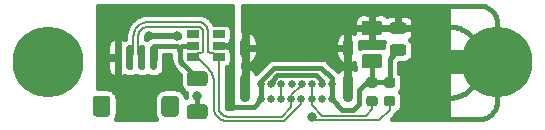
<source format=gbl>
G04 #@! TF.GenerationSoftware,KiCad,Pcbnew,(5.1.10)-1*
G04 #@! TF.CreationDate,2021-08-18T11:57:54+08:00*
G04 #@! TF.ProjectId,dboard,64626f61-7264-42e6-9b69-6361645f7063,rev?*
G04 #@! TF.SameCoordinates,Original*
G04 #@! TF.FileFunction,Copper,L2,Bot*
G04 #@! TF.FilePolarity,Positive*
%FSLAX46Y46*%
G04 Gerber Fmt 4.6, Leading zero omitted, Abs format (unit mm)*
G04 Created by KiCad (PCBNEW (5.1.10)-1) date 2021-08-18 11:57:54*
%MOMM*%
%LPD*%
G01*
G04 APERTURE LIST*
G04 #@! TA.AperFunction,ComponentPad*
%ADD10C,0.650000*%
G04 #@! TD*
G04 #@! TA.AperFunction,ComponentPad*
%ADD11O,0.900000X2.400000*%
G04 #@! TD*
G04 #@! TA.AperFunction,ComponentPad*
%ADD12O,0.900000X1.700000*%
G04 #@! TD*
G04 #@! TA.AperFunction,SMDPad,CuDef*
%ADD13R,1.060000X0.650000*%
G04 #@! TD*
G04 #@! TA.AperFunction,ComponentPad*
%ADD14C,6.000000*%
G04 #@! TD*
G04 #@! TA.AperFunction,ComponentPad*
%ADD15C,0.800000*%
G04 #@! TD*
G04 #@! TA.AperFunction,ViaPad*
%ADD16C,0.800000*%
G04 #@! TD*
G04 #@! TA.AperFunction,Conductor*
%ADD17C,0.400000*%
G04 #@! TD*
G04 #@! TA.AperFunction,Conductor*
%ADD18C,2.000000*%
G04 #@! TD*
G04 #@! TA.AperFunction,Conductor*
%ADD19C,0.600000*%
G04 #@! TD*
G04 #@! TA.AperFunction,Conductor*
%ADD20C,0.200000*%
G04 #@! TD*
G04 #@! TA.AperFunction,Conductor*
%ADD21C,0.100000*%
G04 #@! TD*
G04 APERTURE END LIST*
D10*
X-1275000Y-8640000D03*
X-2975000Y-8640000D03*
X-2125000Y-8640000D03*
X-425000Y-8640000D03*
X425000Y-8640000D03*
X1275000Y-8640000D03*
X2125000Y-8640000D03*
X2975000Y-8640000D03*
X-2975000Y-7315000D03*
X-2120000Y-7315000D03*
X-1270000Y-7315000D03*
X-420000Y-7315000D03*
X430000Y-7315000D03*
X1280000Y-7315000D03*
X2130000Y-7315000D03*
X2980000Y-7315000D03*
D11*
X-4325000Y-7660000D03*
X4325000Y-7660000D03*
D12*
X-4325000Y-4280000D03*
X4325000Y-4280000D03*
G04 #@! TA.AperFunction,SMDPad,CuDef*
G36*
G01*
X-15750000Y-8637000D02*
X-15750000Y-9813000D01*
G75*
G02*
X-16062000Y-10125000I-312000J0D01*
G01*
X-16938000Y-10125000D01*
G75*
G02*
X-17250000Y-9813000I0J312000D01*
G01*
X-17250000Y-8637000D01*
G75*
G02*
X-16938000Y-8325000I312000J0D01*
G01*
X-16062000Y-8325000D01*
G75*
G02*
X-15750000Y-8637000I0J-312000D01*
G01*
G37*
G04 #@! TD.AperFunction*
G04 #@! TA.AperFunction,SMDPad,CuDef*
G36*
G01*
X-9950000Y-8637000D02*
X-9950000Y-9813000D01*
G75*
G02*
X-10262000Y-10125000I-312000J0D01*
G01*
X-11138000Y-10125000D01*
G75*
G02*
X-11450000Y-9813000I0J312000D01*
G01*
X-11450000Y-8637000D01*
G75*
G02*
X-11138000Y-8325000I312000J0D01*
G01*
X-10262000Y-8325000D01*
G75*
G02*
X-9950000Y-8637000I0J-312000D01*
G01*
G37*
G04 #@! TD.AperFunction*
G04 #@! TA.AperFunction,SMDPad,CuDef*
G36*
G01*
X-14800000Y-4225000D02*
X-14800000Y-5975000D01*
G75*
G02*
X-14950000Y-6125000I-150000J0D01*
G01*
X-15250000Y-6125000D01*
G75*
G02*
X-15400000Y-5975000I0J150000D01*
G01*
X-15400000Y-4225000D01*
G75*
G02*
X-15250000Y-4075000I150000J0D01*
G01*
X-14950000Y-4075000D01*
G75*
G02*
X-14800000Y-4225000I0J-150000D01*
G01*
G37*
G04 #@! TD.AperFunction*
G04 #@! TA.AperFunction,SMDPad,CuDef*
G36*
G01*
X-13800000Y-4225000D02*
X-13800000Y-5975000D01*
G75*
G02*
X-13950000Y-6125000I-150000J0D01*
G01*
X-14250000Y-6125000D01*
G75*
G02*
X-14400000Y-5975000I0J150000D01*
G01*
X-14400000Y-4225000D01*
G75*
G02*
X-14250000Y-4075000I150000J0D01*
G01*
X-13950000Y-4075000D01*
G75*
G02*
X-13800000Y-4225000I0J-150000D01*
G01*
G37*
G04 #@! TD.AperFunction*
G04 #@! TA.AperFunction,SMDPad,CuDef*
G36*
G01*
X-12800000Y-4225000D02*
X-12800000Y-5975000D01*
G75*
G02*
X-12950000Y-6125000I-150000J0D01*
G01*
X-13250000Y-6125000D01*
G75*
G02*
X-13400000Y-5975000I0J150000D01*
G01*
X-13400000Y-4225000D01*
G75*
G02*
X-13250000Y-4075000I150000J0D01*
G01*
X-12950000Y-4075000D01*
G75*
G02*
X-12800000Y-4225000I0J-150000D01*
G01*
G37*
G04 #@! TD.AperFunction*
G04 #@! TA.AperFunction,SMDPad,CuDef*
G36*
G01*
X-11800000Y-4225000D02*
X-11800000Y-5975000D01*
G75*
G02*
X-11950000Y-6125000I-150000J0D01*
G01*
X-12250000Y-6125000D01*
G75*
G02*
X-12400000Y-5975000I0J150000D01*
G01*
X-12400000Y-4225000D01*
G75*
G02*
X-12250000Y-4075000I150000J0D01*
G01*
X-11950000Y-4075000D01*
G75*
G02*
X-11800000Y-4225000I0J-150000D01*
G01*
G37*
G04 #@! TD.AperFunction*
D13*
X-8800000Y-4100000D03*
X-8800000Y-3150000D03*
X-8800000Y-5050000D03*
X-6600000Y-5050000D03*
X-6600000Y-4100000D03*
X-6600000Y-3150000D03*
G04 #@! TA.AperFunction,SMDPad,CuDef*
G36*
G01*
X5762500Y-1975000D02*
X7012500Y-1975000D01*
G75*
G02*
X7262500Y-2225000I0J-250000D01*
G01*
X7262500Y-2975000D01*
G75*
G02*
X7012500Y-3225000I-250000J0D01*
G01*
X5762500Y-3225000D01*
G75*
G02*
X5512500Y-2975000I0J250000D01*
G01*
X5512500Y-2225000D01*
G75*
G02*
X5762500Y-1975000I250000J0D01*
G01*
G37*
G04 #@! TD.AperFunction*
G04 #@! TA.AperFunction,SMDPad,CuDef*
G36*
G01*
X5762500Y-4775000D02*
X7012500Y-4775000D01*
G75*
G02*
X7262500Y-5025000I0J-250000D01*
G01*
X7262500Y-5775000D01*
G75*
G02*
X7012500Y-6025000I-250000J0D01*
G01*
X5762500Y-6025000D01*
G75*
G02*
X5512500Y-5775000I0J250000D01*
G01*
X5512500Y-5025000D01*
G75*
G02*
X5762500Y-4775000I250000J0D01*
G01*
G37*
G04 #@! TD.AperFunction*
G04 #@! TA.AperFunction,SMDPad,CuDef*
G36*
G01*
X6131250Y-6775000D02*
X6643750Y-6775000D01*
G75*
G02*
X6862500Y-6993750I0J-218750D01*
G01*
X6862500Y-7431250D01*
G75*
G02*
X6643750Y-7650000I-218750J0D01*
G01*
X6131250Y-7650000D01*
G75*
G02*
X5912500Y-7431250I0J218750D01*
G01*
X5912500Y-6993750D01*
G75*
G02*
X6131250Y-6775000I218750J0D01*
G01*
G37*
G04 #@! TD.AperFunction*
G04 #@! TA.AperFunction,SMDPad,CuDef*
G36*
G01*
X6131250Y-8350000D02*
X6643750Y-8350000D01*
G75*
G02*
X6862500Y-8568750I0J-218750D01*
G01*
X6862500Y-9006250D01*
G75*
G02*
X6643750Y-9225000I-218750J0D01*
G01*
X6131250Y-9225000D01*
G75*
G02*
X5912500Y-9006250I0J218750D01*
G01*
X5912500Y-8568750D01*
G75*
G02*
X6131250Y-8350000I218750J0D01*
G01*
G37*
G04 #@! TD.AperFunction*
G04 #@! TA.AperFunction,SMDPad,CuDef*
G36*
G01*
X7631250Y-6775000D02*
X8143750Y-6775000D01*
G75*
G02*
X8362500Y-6993750I0J-218750D01*
G01*
X8362500Y-7431250D01*
G75*
G02*
X8143750Y-7650000I-218750J0D01*
G01*
X7631250Y-7650000D01*
G75*
G02*
X7412500Y-7431250I0J218750D01*
G01*
X7412500Y-6993750D01*
G75*
G02*
X7631250Y-6775000I218750J0D01*
G01*
G37*
G04 #@! TD.AperFunction*
G04 #@! TA.AperFunction,SMDPad,CuDef*
G36*
G01*
X7631250Y-8350000D02*
X8143750Y-8350000D01*
G75*
G02*
X8362500Y-8568750I0J-218750D01*
G01*
X8362500Y-9006250D01*
G75*
G02*
X8143750Y-9225000I-218750J0D01*
G01*
X7631250Y-9225000D01*
G75*
G02*
X7412500Y-9006250I0J218750D01*
G01*
X7412500Y-8568750D01*
G75*
G02*
X7631250Y-8350000I218750J0D01*
G01*
G37*
G04 #@! TD.AperFunction*
D14*
X17000000Y-5500000D03*
D15*
X19300000Y-5500000D03*
X18626346Y-7126346D03*
X17000000Y-7800000D03*
X15373654Y-7126346D03*
X14700000Y-5500000D03*
X15373654Y-3873654D03*
X17000000Y-3200000D03*
X18626346Y-3873654D03*
D14*
X-21000000Y-5500000D03*
D15*
X-18700000Y-5500000D03*
X-19373654Y-7126346D03*
X-21000000Y-7800000D03*
X-22626346Y-7126346D03*
X-23300000Y-5500000D03*
X-22626346Y-3873654D03*
X-21000000Y-3200000D03*
X-19373654Y-3873654D03*
G04 #@! TA.AperFunction,SMDPad,CuDef*
G36*
G01*
X-9025000Y-9075000D02*
X-7775000Y-9075000D01*
G75*
G02*
X-7525000Y-9325000I0J-250000D01*
G01*
X-7525000Y-10075000D01*
G75*
G02*
X-7775000Y-10325000I-250000J0D01*
G01*
X-9025000Y-10325000D01*
G75*
G02*
X-9275000Y-10075000I0J250000D01*
G01*
X-9275000Y-9325000D01*
G75*
G02*
X-9025000Y-9075000I250000J0D01*
G01*
G37*
G04 #@! TD.AperFunction*
G04 #@! TA.AperFunction,SMDPad,CuDef*
G36*
G01*
X-9025000Y-6275000D02*
X-7775000Y-6275000D01*
G75*
G02*
X-7525000Y-6525000I0J-250000D01*
G01*
X-7525000Y-7275000D01*
G75*
G02*
X-7775000Y-7525000I-250000J0D01*
G01*
X-9025000Y-7525000D01*
G75*
G02*
X-9275000Y-7275000I0J250000D01*
G01*
X-9275000Y-6525000D01*
G75*
G02*
X-9025000Y-6275000I250000J0D01*
G01*
G37*
G04 #@! TD.AperFunction*
G04 #@! TA.AperFunction,SMDPad,CuDef*
G36*
G01*
X8143750Y-3987500D02*
X9056250Y-3987500D01*
G75*
G02*
X9300000Y-4231250I0J-243750D01*
G01*
X9300000Y-4718750D01*
G75*
G02*
X9056250Y-4962500I-243750J0D01*
G01*
X8143750Y-4962500D01*
G75*
G02*
X7900000Y-4718750I0J243750D01*
G01*
X7900000Y-4231250D01*
G75*
G02*
X8143750Y-3987500I243750J0D01*
G01*
G37*
G04 #@! TD.AperFunction*
G04 #@! TA.AperFunction,SMDPad,CuDef*
G36*
G01*
X8143750Y-2112500D02*
X9056250Y-2112500D01*
G75*
G02*
X9300000Y-2356250I0J-243750D01*
G01*
X9300000Y-2843750D01*
G75*
G02*
X9056250Y-3087500I-243750J0D01*
G01*
X8143750Y-3087500D01*
G75*
G02*
X7900000Y-2843750I0J243750D01*
G01*
X7900000Y-2356250D01*
G75*
G02*
X8143750Y-2112500I243750J0D01*
G01*
G37*
G04 #@! TD.AperFunction*
D16*
X-10100000Y-3300000D03*
X-12500000Y-3300000D03*
X-15100000Y-7100000D03*
X-15100000Y-3100000D03*
X-16400000Y-5100000D03*
X-8382000Y-8382000D03*
X1307716Y-10122285D03*
D17*
X6387500Y-7212500D02*
X7887500Y-7212500D01*
X6387500Y-5400000D02*
X6387500Y-7212500D01*
X-15100000Y-3100000D02*
X-15100000Y-1500000D01*
X-7200000Y-1500000D02*
X-5500000Y-1500000D01*
X-5500000Y-3600000D02*
X-5500000Y-1500000D01*
X-5500000Y-3600000D02*
X-5502407Y-3649008D01*
X-5502407Y-3649008D02*
X-5509607Y-3697545D01*
X-5509607Y-3697545D02*
X-5521529Y-3745142D01*
X-5521529Y-3745142D02*
X-5538060Y-3791341D01*
X-5538060Y-3791341D02*
X-5559039Y-3835698D01*
X-5559039Y-3835698D02*
X-5584265Y-3877785D01*
X-5584265Y-3877785D02*
X-5613494Y-3917196D01*
X-5613494Y-3917196D02*
X-5646446Y-3953553D01*
X-5646446Y-3953553D02*
X-5682803Y-3986505D01*
X-5682803Y-3986505D02*
X-5722214Y-4015734D01*
X-5722214Y-4015734D02*
X-5764301Y-4040960D01*
X-5764301Y-4040960D02*
X-5808658Y-4061939D01*
X-5808658Y-4061939D02*
X-5854857Y-4078470D01*
X-5854857Y-4078470D02*
X-5902454Y-4090392D01*
X-5902454Y-4090392D02*
X-5950991Y-4097592D01*
X-5950991Y-4097592D02*
X-6000000Y-4100000D01*
X-5500000Y-4600000D02*
X-5500000Y-9300000D01*
X-5500000Y-4600000D02*
X-5502407Y-4550991D01*
X-5502407Y-4550991D02*
X-5509607Y-4502454D01*
X-5509607Y-4502454D02*
X-5521529Y-4454857D01*
X-5521529Y-4454857D02*
X-5538060Y-4408658D01*
X-5538060Y-4408658D02*
X-5559039Y-4364301D01*
X-5559039Y-4364301D02*
X-5584265Y-4322214D01*
X-5584265Y-4322214D02*
X-5613494Y-4282803D01*
X-5613494Y-4282803D02*
X-5646446Y-4246446D01*
X-5646446Y-4246446D02*
X-5682803Y-4213494D01*
X-5682803Y-4213494D02*
X-5722214Y-4184265D01*
X-5722214Y-4184265D02*
X-5764301Y-4159039D01*
X-5764301Y-4159039D02*
X-5808658Y-4138060D01*
X-5808658Y-4138060D02*
X-5854857Y-4121529D01*
X-5854857Y-4121529D02*
X-5902454Y-4109607D01*
X-5902454Y-4109607D02*
X-5950991Y-4102407D01*
X-5950991Y-4102407D02*
X-6000000Y-4100000D01*
X-6000000Y-4100000D02*
X-6600000Y-4100000D01*
X8170342Y-4904657D02*
X8600000Y-4475000D01*
X8170342Y-4904657D02*
X8137658Y-4938984D01*
X8137658Y-4938984D02*
X8106699Y-4974875D01*
X8106699Y-4974875D02*
X8077538Y-5012241D01*
X8077538Y-5012241D02*
X8050246Y-5050993D01*
X8050246Y-5050993D02*
X8024888Y-5091038D01*
X8024888Y-5091038D02*
X8001526Y-5132278D01*
X8001526Y-5132278D02*
X7980215Y-5174616D01*
X7980215Y-5174616D02*
X7961007Y-5217948D01*
X7961007Y-5217948D02*
X7943949Y-5262170D01*
X7943949Y-5262170D02*
X7929081Y-5307176D01*
X7929081Y-5307176D02*
X7916439Y-5352857D01*
X7916439Y-5352857D02*
X7906054Y-5399104D01*
X7906054Y-5399104D02*
X7897951Y-5445804D01*
X7897951Y-5445804D02*
X7892149Y-5492846D01*
X7892149Y-5492846D02*
X7888662Y-5540116D01*
X7888662Y-5540116D02*
X7887500Y-5587500D01*
X7887500Y-5587500D02*
X7887500Y-7212500D01*
X-15100000Y-3100000D02*
X-15100000Y-5100000D01*
X-13400000Y-1500000D02*
X-15100000Y-1500000D01*
X-2975000Y-7315000D02*
X-2975000Y-8640000D01*
X-3635000Y-9300000D02*
X-5500000Y-9300000D01*
X-2975000Y-8640000D02*
X-3635000Y-9300000D01*
X2980000Y-8635000D02*
X2975000Y-8640000D01*
X2980000Y-7315000D02*
X2980000Y-8635000D01*
X5995500Y-7212500D02*
X6387500Y-7212500D01*
X5334000Y-7874000D02*
X5995500Y-7212500D01*
X5334000Y-9017000D02*
X5334000Y-7874000D01*
X4826000Y-9525000D02*
X5334000Y-9017000D01*
X3860000Y-9525000D02*
X4826000Y-9525000D01*
X2975000Y-8640000D02*
X3860000Y-9525000D01*
X-2975000Y-7096998D02*
X-2975000Y-7315000D01*
X-1867991Y-5989989D02*
X-2975000Y-7096998D01*
X2980000Y-6855381D02*
X2114609Y-5989990D01*
X2114609Y-5989990D02*
X-1867991Y-5989989D01*
X2980000Y-7315000D02*
X2980000Y-6855381D01*
X-4320000Y-2600000D02*
X-4320000Y-6780000D01*
X-4320000Y-2600000D02*
X4320000Y-2600000D01*
X4320000Y-2600000D02*
X4320000Y-6780000D01*
X6387500Y-2600000D02*
X8600000Y-2600000D01*
X4320000Y-2600000D02*
X6387500Y-2600000D01*
D18*
X17000000Y-5500000D02*
X11500000Y-5500000D01*
D17*
X14707106Y-3207106D02*
X17000000Y-5500000D01*
X14707106Y-3207106D02*
X14621285Y-3125398D01*
X14621285Y-3125398D02*
X14531560Y-3048000D01*
X14531560Y-3048000D02*
X14438144Y-2975098D01*
X14438144Y-2975098D02*
X14341264Y-2906867D01*
X14341264Y-2906867D02*
X14241153Y-2843472D01*
X14241153Y-2843472D02*
X14138051Y-2785066D01*
X14138051Y-2785066D02*
X14032208Y-2731789D01*
X14032208Y-2731789D02*
X13923879Y-2683770D01*
X13923879Y-2683770D02*
X13813323Y-2641124D01*
X13813323Y-2641124D02*
X13700808Y-2603954D01*
X13700808Y-2603954D02*
X13586605Y-2572350D01*
X13586605Y-2572350D02*
X13470989Y-2546387D01*
X13470989Y-2546387D02*
X13354238Y-2526129D01*
X13354238Y-2526129D02*
X13236634Y-2511624D01*
X13236634Y-2511624D02*
X13118459Y-2502907D01*
X13118459Y-2502907D02*
X13000000Y-2500000D01*
X13000000Y-2500000D02*
X11000000Y-2500000D01*
X15500000Y-700000D02*
X12500000Y-700000D01*
X15500000Y-700000D02*
X15647025Y-707222D01*
X15647025Y-707222D02*
X15792635Y-728822D01*
X15792635Y-728822D02*
X15935427Y-764589D01*
X15935427Y-764589D02*
X16074025Y-814180D01*
X16074025Y-814180D02*
X16207095Y-877118D01*
X16207095Y-877118D02*
X16333355Y-952795D01*
X16333355Y-952795D02*
X16451589Y-1040484D01*
X16451589Y-1040484D02*
X16560660Y-1139339D01*
X16560660Y-1139339D02*
X16659515Y-1248410D01*
X16659515Y-1248410D02*
X16747204Y-1366644D01*
X16747204Y-1366644D02*
X16822881Y-1492904D01*
X16822881Y-1492904D02*
X16885819Y-1625974D01*
X16885819Y-1625974D02*
X16935410Y-1764572D01*
X16935410Y-1764572D02*
X16971177Y-1907364D01*
X16971177Y-1907364D02*
X16992777Y-2052974D01*
X16992777Y-2052974D02*
X17000000Y-2200000D01*
X17000000Y-2200000D02*
X17000000Y-5500000D01*
X13000001Y-8499999D02*
X11499999Y-8499999D01*
X13000001Y-8499999D02*
X13118460Y-8497090D01*
X13118460Y-8497090D02*
X13236635Y-8488373D01*
X13236635Y-8488373D02*
X13354239Y-8473868D01*
X13354239Y-8473868D02*
X13470990Y-8453610D01*
X13470990Y-8453610D02*
X13586606Y-8427647D01*
X13586606Y-8427647D02*
X13700809Y-8396043D01*
X13700809Y-8396043D02*
X13813324Y-8358873D01*
X13813324Y-8358873D02*
X13923880Y-8316227D01*
X13923880Y-8316227D02*
X14032209Y-8268208D01*
X14032209Y-8268208D02*
X14138052Y-8214931D01*
X14138052Y-8214931D02*
X14241154Y-8156524D01*
X14241154Y-8156524D02*
X14341265Y-8093130D01*
X14341265Y-8093130D02*
X14438145Y-8024899D01*
X14438145Y-8024899D02*
X14531560Y-7951997D01*
X14531560Y-7951997D02*
X14621286Y-7874599D01*
X14621286Y-7874599D02*
X14707107Y-7792892D01*
X14707107Y-7792892D02*
X17000000Y-5500000D01*
X15500000Y-10300000D02*
X12300000Y-10300000D01*
X15500000Y-10300000D02*
X15647025Y-10292777D01*
X15647025Y-10292777D02*
X15792635Y-10271177D01*
X15792635Y-10271177D02*
X15935427Y-10235410D01*
X15935427Y-10235410D02*
X16074025Y-10185819D01*
X16074025Y-10185819D02*
X16207095Y-10122881D01*
X16207095Y-10122881D02*
X16333355Y-10047204D01*
X16333355Y-10047204D02*
X16451589Y-9959515D01*
X16451589Y-9959515D02*
X16560660Y-9860660D01*
X16560660Y-9860660D02*
X16659515Y-9751589D01*
X16659515Y-9751589D02*
X16747204Y-9633355D01*
X16747204Y-9633355D02*
X16822881Y-9507095D01*
X16822881Y-9507095D02*
X16885819Y-9374025D01*
X16885819Y-9374025D02*
X16935410Y-9235427D01*
X16935410Y-9235427D02*
X16971177Y-9092635D01*
X16971177Y-9092635D02*
X16992777Y-8947025D01*
X16992777Y-8947025D02*
X17000000Y-8800000D01*
X17000000Y-8800000D02*
X17000000Y-5500000D01*
X1628001Y-6589999D02*
X2130000Y-7091998D01*
X-1618001Y-6589999D02*
X1628001Y-6589999D01*
X-1995001Y-6966999D02*
X-1618001Y-6589999D01*
X-1995001Y-7202001D02*
X-1995001Y-6966999D01*
X-2108000Y-7315000D02*
X-1995001Y-7202001D01*
X2130000Y-7091998D02*
X2130000Y-7315000D01*
X-2120000Y-7315000D02*
X-2108000Y-7315000D01*
X-8400000Y-8400000D02*
X-8382000Y-8382000D01*
X-8400000Y-9700000D02*
X-8400000Y-8400000D01*
X-9900000Y-5000000D02*
X-9898836Y-5047383D01*
X-9898836Y-5047383D02*
X-9895349Y-5094653D01*
X-9895349Y-5094653D02*
X-9889547Y-5141695D01*
X-9889547Y-5141695D02*
X-9881444Y-5188395D01*
X-9881444Y-5188395D02*
X-9871059Y-5234642D01*
X-9871059Y-5234642D02*
X-9858417Y-5280323D01*
X-9858417Y-5280323D02*
X-9843549Y-5325329D01*
X-9843549Y-5325329D02*
X-9826491Y-5369551D01*
X-9826491Y-5369551D02*
X-9807283Y-5412883D01*
X-9807283Y-5412883D02*
X-9785972Y-5455220D01*
X-9785972Y-5455220D02*
X-9762610Y-5496460D01*
X-9762610Y-5496460D02*
X-9737252Y-5536505D01*
X-9737252Y-5536505D02*
X-9709959Y-5575257D01*
X-9709959Y-5575257D02*
X-9680798Y-5612623D01*
X-9680798Y-5612623D02*
X-9649839Y-5648513D01*
X-9649839Y-5648513D02*
X-9617157Y-5682842D01*
X-9617157Y-5682842D02*
X-8400000Y-6900000D01*
D19*
X-12100000Y-5200000D02*
X-12100000Y-4200000D01*
D17*
X-9500000Y-4100000D02*
X-8800000Y-4100000D01*
X-9500000Y-4100000D02*
X-9539206Y-4101926D01*
X-9539206Y-4101926D02*
X-9578036Y-4107685D01*
X-9578036Y-4107685D02*
X-9616113Y-4117223D01*
X-9616113Y-4117223D02*
X-9653073Y-4130448D01*
X-9653073Y-4130448D02*
X-9688558Y-4147231D01*
X-9688558Y-4147231D02*
X-9722228Y-4167412D01*
X-9722228Y-4167412D02*
X-9753757Y-4190795D01*
X-9753757Y-4190795D02*
X-9782842Y-4217157D01*
X-9782842Y-4217157D02*
X-9809204Y-4246242D01*
X-9809204Y-4246242D02*
X-9832587Y-4277771D01*
X-9832587Y-4277771D02*
X-9852768Y-4311441D01*
X-9852768Y-4311441D02*
X-9869551Y-4346926D01*
X-9869551Y-4346926D02*
X-9882776Y-4383886D01*
X-9882776Y-4383886D02*
X-9892314Y-4421963D01*
X-9892314Y-4421963D02*
X-9898073Y-4460793D01*
X-9898073Y-4460793D02*
X-9900000Y-4500000D01*
X-10300000Y-4100000D02*
X-12100000Y-4100000D01*
X-10300000Y-4100000D02*
X-10260793Y-4101926D01*
X-10260793Y-4101926D02*
X-10221963Y-4107685D01*
X-10221963Y-4107685D02*
X-10183886Y-4117223D01*
X-10183886Y-4117223D02*
X-10146926Y-4130448D01*
X-10146926Y-4130448D02*
X-10111441Y-4147231D01*
X-10111441Y-4147231D02*
X-10077771Y-4167412D01*
X-10077771Y-4167412D02*
X-10046242Y-4190795D01*
X-10046242Y-4190795D02*
X-10017157Y-4217157D01*
X-10017157Y-4217157D02*
X-9990795Y-4246242D01*
X-9990795Y-4246242D02*
X-9967412Y-4277771D01*
X-9967412Y-4277771D02*
X-9947231Y-4311441D01*
X-9947231Y-4311441D02*
X-9930448Y-4346926D01*
X-9930448Y-4346926D02*
X-9917223Y-4383886D01*
X-9917223Y-4383886D02*
X-9907685Y-4421963D01*
X-9907685Y-4421963D02*
X-9901926Y-4460793D01*
X-9901926Y-4460793D02*
X-9900000Y-4500000D01*
X-9900000Y-4500000D02*
X-9900000Y-5000000D01*
D20*
X-1270000Y-8635000D02*
X-1275000Y-8640000D01*
X-1270000Y-7315000D02*
X-1270000Y-8635000D01*
X1610451Y-10425020D02*
X6973980Y-10425020D01*
X1307716Y-10122285D02*
X1610451Y-10425020D01*
X7887500Y-9511500D02*
X7887500Y-8787500D01*
X6973980Y-10425020D02*
X7887500Y-9511500D01*
X1280000Y-8635000D02*
X1275000Y-8640000D01*
X1280000Y-7315000D02*
X1280000Y-8635000D01*
X6387500Y-9487500D02*
X6387500Y-8787500D01*
X5849990Y-10025010D02*
X6387500Y-9487500D01*
X2200391Y-10025010D02*
X5849990Y-10025010D01*
X1275000Y-9099619D02*
X2200391Y-10025010D01*
X1275000Y-8640000D02*
X1275000Y-9099619D01*
X-7000000Y-9300000D02*
X-7000000Y-7100000D01*
X-6994221Y-9417620D02*
X-7000000Y-9300000D01*
X-6976942Y-9534108D02*
X-6994221Y-9417620D01*
X-6948328Y-9648341D02*
X-6976942Y-9534108D01*
X-6908655Y-9759220D02*
X-6948328Y-9648341D01*
X-6858305Y-9865676D02*
X-6908655Y-9759220D01*
X-6797763Y-9966684D02*
X-6858305Y-9865676D01*
X-6727612Y-10061271D02*
X-6797763Y-9966684D01*
X-6648528Y-10148528D02*
X-6727612Y-10061271D01*
X-6561271Y-10227612D02*
X-6648528Y-10148528D01*
X-6466684Y-10297763D02*
X-6561271Y-10227612D01*
X-6365676Y-10358305D02*
X-6466684Y-10297763D01*
X-6259220Y-10408655D02*
X-6365676Y-10358305D01*
X-6148341Y-10448328D02*
X-6259220Y-10408655D01*
X-6034108Y-10476942D02*
X-6148341Y-10448328D01*
X-5917620Y-10494221D02*
X-6034108Y-10476942D01*
X-5800000Y-10500000D02*
X-5917620Y-10494221D01*
X-7424264Y-6075735D02*
X-8450000Y-5050000D01*
X-7375239Y-6127226D02*
X-7424264Y-6075735D01*
X-7328800Y-6181062D02*
X-7375239Y-6127226D01*
X-7285058Y-6237111D02*
X-7328800Y-6181062D01*
X-7244120Y-6295239D02*
X-7285058Y-6237111D01*
X-7206083Y-6355306D02*
X-7244120Y-6295239D01*
X-7171039Y-6417167D02*
X-7206083Y-6355306D01*
X-7139073Y-6480673D02*
X-7171039Y-6417167D01*
X-7110262Y-6545671D02*
X-7139073Y-6480673D01*
X-7084674Y-6612005D02*
X-7110262Y-6545671D01*
X-7062372Y-6679514D02*
X-7084674Y-6612005D01*
X-7043410Y-6748036D02*
X-7062372Y-6679514D01*
X-7027832Y-6817405D02*
X-7043410Y-6748036D01*
X-7015677Y-6887456D02*
X-7027832Y-6817405D01*
X-7006974Y-6958019D02*
X-7015677Y-6887456D01*
X-7001744Y-7028924D02*
X-7006974Y-6958019D01*
X-7000000Y-7100000D02*
X-7001744Y-7028924D01*
X-8800000Y-5050000D02*
X-8450000Y-5050000D01*
X-8651777Y-4901777D02*
X-8800000Y-5050000D01*
X-8651777Y-4901777D02*
X-8630322Y-4881350D01*
X-8630322Y-4881350D02*
X-8607890Y-4862000D01*
X-8607890Y-4862000D02*
X-8584536Y-4843775D01*
X-8584536Y-4843775D02*
X-8560316Y-4826717D01*
X-8560316Y-4826717D02*
X-8535288Y-4810868D01*
X-8535288Y-4810868D02*
X-8509513Y-4796267D01*
X-8509513Y-4796267D02*
X-8483052Y-4782948D01*
X-8483052Y-4782948D02*
X-8455970Y-4770943D01*
X-8455970Y-4770943D02*
X-8428331Y-4760281D01*
X-8428331Y-4760281D02*
X-8400203Y-4750989D01*
X-8400203Y-4750989D02*
X-8371652Y-4743088D01*
X-8371652Y-4743088D02*
X-8342748Y-4736597D01*
X-8342748Y-4736597D02*
X-8313560Y-4731533D01*
X-8313560Y-4731533D02*
X-8284159Y-4727906D01*
X-8284159Y-4727906D02*
X-8254615Y-4725727D01*
X-8254615Y-4725727D02*
X-8225001Y-4725001D01*
X-7900000Y-4425001D02*
X-7901444Y-4454406D01*
X-7901444Y-4454406D02*
X-7905764Y-4483528D01*
X-7905764Y-4483528D02*
X-7912917Y-4512086D01*
X-7912917Y-4512086D02*
X-7922836Y-4539806D01*
X-7922836Y-4539806D02*
X-7935423Y-4566420D01*
X-7935423Y-4566420D02*
X-7950559Y-4591672D01*
X-7950559Y-4591672D02*
X-7968096Y-4615318D01*
X-7968096Y-4615318D02*
X-7987867Y-4637133D01*
X-7987867Y-4637133D02*
X-8009682Y-4656904D01*
X-8009682Y-4656904D02*
X-8033328Y-4674441D01*
X-8033328Y-4674441D02*
X-8058580Y-4689577D01*
X-8058580Y-4689577D02*
X-8085194Y-4702164D01*
X-8085194Y-4702164D02*
X-8112914Y-4712083D01*
X-8112914Y-4712083D02*
X-8141472Y-4719236D01*
X-8141472Y-4719236D02*
X-8170594Y-4723556D01*
X-8170594Y-4723556D02*
X-8200000Y-4725001D01*
X-8200000Y-4725001D02*
X-8225001Y-4725001D01*
X-7900000Y-2900000D02*
X-7900000Y-4425001D01*
X-7900000Y-2900000D02*
X-7901926Y-2860793D01*
X-7901926Y-2860793D02*
X-7907685Y-2821963D01*
X-7907685Y-2821963D02*
X-7917223Y-2783886D01*
X-7917223Y-2783886D02*
X-7930448Y-2746926D01*
X-7930448Y-2746926D02*
X-7947231Y-2711441D01*
X-7947231Y-2711441D02*
X-7967412Y-2677771D01*
X-7967412Y-2677771D02*
X-7990795Y-2646242D01*
X-7990795Y-2646242D02*
X-8017157Y-2617157D01*
X-8017157Y-2617157D02*
X-8046242Y-2590795D01*
X-8046242Y-2590795D02*
X-8077771Y-2567412D01*
X-8077771Y-2567412D02*
X-8111441Y-2547231D01*
X-8111441Y-2547231D02*
X-8146926Y-2530448D01*
X-8146926Y-2530448D02*
X-8183886Y-2517223D01*
X-8183886Y-2517223D02*
X-8221963Y-2507685D01*
X-8221963Y-2507685D02*
X-8260793Y-2501926D01*
X-8260793Y-2501926D02*
X-8300000Y-2500000D01*
X-13100000Y-5100000D02*
X-13400000Y-4800000D01*
X-13400000Y-3300000D02*
X-13400000Y-4800000D01*
X-13400000Y-3300000D02*
X-13396147Y-3221586D01*
X-13396147Y-3221586D02*
X-13384628Y-3143927D01*
X-13384628Y-3143927D02*
X-13365552Y-3067772D01*
X-13365552Y-3067772D02*
X-13339103Y-2993853D01*
X-13339103Y-2993853D02*
X-13305537Y-2922882D01*
X-13305537Y-2922882D02*
X-13265175Y-2855543D01*
X-13265175Y-2855543D02*
X-13218408Y-2792485D01*
X-13218408Y-2792485D02*
X-13165685Y-2734314D01*
X-13165685Y-2734314D02*
X-13107514Y-2681591D01*
X-13107514Y-2681591D02*
X-13044456Y-2634824D01*
X-13044456Y-2634824D02*
X-12977117Y-2594462D01*
X-12977117Y-2594462D02*
X-12906146Y-2560896D01*
X-12906146Y-2560896D02*
X-12832227Y-2534447D01*
X-12832227Y-2534447D02*
X-12756072Y-2515371D01*
X-12756072Y-2515371D02*
X-12678413Y-2503852D01*
X-12678413Y-2503852D02*
X-12600000Y-2500000D01*
X-12600000Y-2500000D02*
X-8300000Y-2500000D01*
X-14100000Y-5100000D02*
X-13800000Y-4800000D01*
X-6748222Y-4901777D02*
X-6600000Y-5050000D01*
X-6748222Y-4901777D02*
X-6769676Y-4881349D01*
X-6769676Y-4881349D02*
X-6792108Y-4862000D01*
X-6792108Y-4862000D02*
X-6815462Y-4843774D01*
X-6815462Y-4843774D02*
X-6839682Y-4826717D01*
X-6839682Y-4826717D02*
X-6864710Y-4810868D01*
X-6864710Y-4810868D02*
X-6890485Y-4796267D01*
X-6890485Y-4796267D02*
X-6916946Y-4782947D01*
X-6916946Y-4782947D02*
X-6944028Y-4770943D01*
X-6944028Y-4770943D02*
X-6971667Y-4760281D01*
X-6971667Y-4760281D02*
X-6999796Y-4750989D01*
X-6999796Y-4750989D02*
X-7028347Y-4743088D01*
X-7028347Y-4743088D02*
X-7057251Y-4736597D01*
X-7057251Y-4736597D02*
X-7086439Y-4731533D01*
X-7086439Y-4731533D02*
X-7115840Y-4727906D01*
X-7115840Y-4727906D02*
X-7145384Y-4725727D01*
X-7145384Y-4725727D02*
X-7174999Y-4725001D01*
X-7500000Y-4425001D02*
X-7498555Y-4454406D01*
X-7498555Y-4454406D02*
X-7494235Y-4483528D01*
X-7494235Y-4483528D02*
X-7487082Y-4512086D01*
X-7487082Y-4512086D02*
X-7477163Y-4539806D01*
X-7477163Y-4539806D02*
X-7464576Y-4566420D01*
X-7464576Y-4566420D02*
X-7449440Y-4591672D01*
X-7449440Y-4591672D02*
X-7431903Y-4615318D01*
X-7431903Y-4615318D02*
X-7412132Y-4637133D01*
X-7412132Y-4637133D02*
X-7390317Y-4656904D01*
X-7390317Y-4656904D02*
X-7366671Y-4674441D01*
X-7366671Y-4674441D02*
X-7341419Y-4689577D01*
X-7341419Y-4689577D02*
X-7314805Y-4702164D01*
X-7314805Y-4702164D02*
X-7287085Y-4712083D01*
X-7287085Y-4712083D02*
X-7258527Y-4719236D01*
X-7258527Y-4719236D02*
X-7229405Y-4723556D01*
X-7229405Y-4723556D02*
X-7200000Y-4725001D01*
X-7200000Y-4725001D02*
X-7174999Y-4725001D01*
X-7500000Y-2900000D02*
X-7500000Y-4425001D01*
X-7500000Y-2900000D02*
X-7503852Y-2821586D01*
X-7503852Y-2821586D02*
X-7515371Y-2743927D01*
X-7515371Y-2743927D02*
X-7534447Y-2667772D01*
X-7534447Y-2667772D02*
X-7560896Y-2593853D01*
X-7560896Y-2593853D02*
X-7594462Y-2522882D01*
X-7594462Y-2522882D02*
X-7634824Y-2455543D01*
X-7634824Y-2455543D02*
X-7681591Y-2392485D01*
X-7681591Y-2392485D02*
X-7734314Y-2334314D01*
X-7734314Y-2334314D02*
X-7792485Y-2281591D01*
X-7792485Y-2281591D02*
X-7855543Y-2234824D01*
X-7855543Y-2234824D02*
X-7922882Y-2194462D01*
X-7922882Y-2194462D02*
X-7993853Y-2160896D01*
X-7993853Y-2160896D02*
X-8067772Y-2134447D01*
X-8067772Y-2134447D02*
X-8143927Y-2115371D01*
X-8143927Y-2115371D02*
X-8221586Y-2103852D01*
X-8221586Y-2103852D02*
X-8300000Y-2100000D01*
X-13800000Y-3300000D02*
X-13800000Y-4800000D01*
X-13800000Y-3300000D02*
X-13794221Y-3182379D01*
X-13794221Y-3182379D02*
X-13776942Y-3065891D01*
X-13776942Y-3065891D02*
X-13748328Y-2951658D01*
X-13748328Y-2951658D02*
X-13708655Y-2840779D01*
X-13708655Y-2840779D02*
X-13658305Y-2734323D01*
X-13658305Y-2734323D02*
X-13597763Y-2633315D01*
X-13597763Y-2633315D02*
X-13527612Y-2538728D01*
X-13527612Y-2538728D02*
X-13448528Y-2451471D01*
X-13448528Y-2451471D02*
X-13361271Y-2372387D01*
X-13361271Y-2372387D02*
X-13266684Y-2302236D01*
X-13266684Y-2302236D02*
X-13165676Y-2241694D01*
X-13165676Y-2241694D02*
X-13059220Y-2191344D01*
X-13059220Y-2191344D02*
X-12948341Y-2151671D01*
X-12948341Y-2151671D02*
X-12834108Y-2123057D01*
X-12834108Y-2123057D02*
X-12717620Y-2105778D01*
X-12717620Y-2105778D02*
X-12600000Y-2100000D01*
X-12600000Y-2100000D02*
X-8300000Y-2100000D01*
X-6596147Y-9378413D02*
X-6600000Y-9300000D01*
X-6539103Y-9606146D02*
X-6565552Y-9532227D01*
X-5800000Y-10100000D02*
X-5878413Y-10096147D01*
X-6307514Y-9918408D02*
X-6365685Y-9865685D01*
X-5878413Y-10096147D02*
X-5956072Y-10084628D01*
X-5956072Y-10084628D02*
X-6032227Y-10065552D01*
X-6032227Y-10065552D02*
X-6106146Y-10039103D01*
X-6106146Y-10039103D02*
X-6177117Y-10005537D01*
X-6177117Y-10005537D02*
X-6244456Y-9965175D01*
X-6244456Y-9965175D02*
X-6307514Y-9918408D01*
X-6365685Y-9865685D02*
X-6418408Y-9807514D01*
X-6418408Y-9807514D02*
X-6465175Y-9744456D01*
X-6465175Y-9744456D02*
X-6505537Y-9677117D01*
X-6565552Y-9532227D02*
X-6584628Y-9456072D01*
X-6505537Y-9677117D02*
X-6539103Y-9606146D01*
X-6584628Y-9456072D02*
X-6596147Y-9378413D01*
X-6600000Y-9300000D02*
X-6600000Y-5050000D01*
X-425000Y-8640000D02*
X-425000Y-9315000D01*
X-1210000Y-10100000D02*
X-5789974Y-10100000D01*
X-5789974Y-10100000D02*
X-5799976Y-10099508D01*
X-425000Y-9315000D02*
X-1210000Y-10100000D01*
X430000Y-7390002D02*
X430000Y-7315000D01*
X-425000Y-8245002D02*
X430000Y-7390002D01*
X-425000Y-8640000D02*
X-425000Y-8245002D01*
X425000Y-9030698D02*
X425000Y-8640000D01*
X-1044302Y-10500000D02*
X425000Y-9030698D01*
X-5800000Y-10500000D02*
X-1044302Y-10500000D01*
D17*
X12800000Y-10300000D02*
X8088949Y-10300000D01*
X8358158Y-10030791D01*
X8384869Y-10008870D01*
X8472345Y-9902281D01*
X8537345Y-9780675D01*
X8558210Y-9711893D01*
X8600236Y-9689430D01*
X8724746Y-9587246D01*
X8826930Y-9462736D01*
X8902858Y-9320683D01*
X8949615Y-9166547D01*
X8965403Y-9006250D01*
X8965403Y-8568750D01*
X8949615Y-8408453D01*
X8902858Y-8254317D01*
X8826930Y-8112264D01*
X8734796Y-8000000D01*
X8826930Y-7887736D01*
X8902858Y-7745683D01*
X8949615Y-7591547D01*
X8965403Y-7431250D01*
X8965403Y-6993750D01*
X8949615Y-6833453D01*
X8902858Y-6679317D01*
X8826930Y-6537264D01*
X8724746Y-6412754D01*
X8687500Y-6382187D01*
X8687500Y-5597288D01*
X8687939Y-5579372D01*
X8688536Y-5571281D01*
X8689261Y-5565403D01*
X9056250Y-5565403D01*
X9221424Y-5549135D01*
X9380250Y-5500955D01*
X9526625Y-5422716D01*
X9654924Y-5317424D01*
X9760216Y-5189125D01*
X9838455Y-5042750D01*
X9886635Y-4883924D01*
X9902903Y-4718750D01*
X9902903Y-4231250D01*
X9886635Y-4066076D01*
X9838455Y-3907250D01*
X9760216Y-3760875D01*
X9654924Y-3632576D01*
X9614742Y-3599600D01*
X9634955Y-3588796D01*
X9726317Y-3513817D01*
X9801296Y-3422455D01*
X9857010Y-3318221D01*
X9891318Y-3205121D01*
X9902903Y-3087500D01*
X9900000Y-2850000D01*
X9750000Y-2700000D01*
X8700000Y-2700000D01*
X8700000Y-2720000D01*
X8500000Y-2720000D01*
X8500000Y-2700000D01*
X6487500Y-2700000D01*
X6487500Y-3675000D01*
X6637500Y-3825000D01*
X7262500Y-3827903D01*
X7380121Y-3816318D01*
X7415960Y-3805447D01*
X7361545Y-3907250D01*
X7313365Y-4066076D01*
X7297758Y-4224542D01*
X7178893Y-4188485D01*
X7012500Y-4172097D01*
X5762500Y-4172097D01*
X5596107Y-4188485D01*
X5436108Y-4237020D01*
X5375000Y-4269683D01*
X5375000Y-3810288D01*
X5394879Y-3816318D01*
X5512500Y-3827903D01*
X6137500Y-3825000D01*
X6287500Y-3675000D01*
X6287500Y-2700000D01*
X5062500Y-2700000D01*
X4912500Y-2850000D01*
X4911267Y-3009309D01*
X4825202Y-2951401D01*
X4634430Y-2871659D01*
X4587278Y-2863285D01*
X4425000Y-2985573D01*
X4425000Y-4180000D01*
X4445000Y-4180000D01*
X4445000Y-4380000D01*
X4425000Y-4380000D01*
X4425000Y-5574427D01*
X4587278Y-5696715D01*
X4634430Y-5688341D01*
X4825202Y-5608599D01*
X4909597Y-5551814D01*
X4909597Y-5775000D01*
X4925985Y-5941393D01*
X4967079Y-6076863D01*
X4825202Y-5981401D01*
X4634430Y-5901659D01*
X4587278Y-5893285D01*
X4425000Y-6015573D01*
X4425000Y-7560000D01*
X4445000Y-7560000D01*
X4445000Y-7760000D01*
X4425000Y-7760000D01*
X4425000Y-7780000D01*
X4225000Y-7780000D01*
X4225000Y-7760000D01*
X4205000Y-7760000D01*
X4205000Y-7560000D01*
X4225000Y-7560000D01*
X4225000Y-6015573D01*
X4062722Y-5893285D01*
X4015570Y-5901659D01*
X3824798Y-5981401D01*
X3653248Y-6096828D01*
X3507513Y-6243505D01*
X3504314Y-6248325D01*
X2708078Y-5452089D01*
X2683031Y-5421569D01*
X2652510Y-5396521D01*
X2561215Y-5321597D01*
X2422236Y-5247311D01*
X2271436Y-5201567D01*
X2114609Y-5186120D01*
X2075309Y-5189991D01*
X-1828701Y-5189989D01*
X-1867992Y-5186119D01*
X-1907283Y-5189989D01*
X-2024817Y-5201565D01*
X-2095386Y-5222972D01*
X-2175619Y-5247310D01*
X-2314598Y-5321596D01*
X-2405893Y-5396520D01*
X-2405898Y-5396525D01*
X-2436412Y-5421567D01*
X-2461454Y-5452081D01*
X-3405947Y-6396575D01*
X-3507513Y-6243505D01*
X-3653248Y-6096828D01*
X-3824798Y-5981401D01*
X-4015570Y-5901659D01*
X-4062722Y-5893285D01*
X-4225000Y-6015573D01*
X-4225000Y-7560000D01*
X-4205000Y-7560000D01*
X-4205000Y-7760000D01*
X-4225000Y-7760000D01*
X-4225000Y-7780000D01*
X-4425000Y-7780000D01*
X-4425000Y-7760000D01*
X-4445000Y-7760000D01*
X-4445000Y-7560000D01*
X-4425000Y-7560000D01*
X-4425000Y-6015573D01*
X-4550000Y-5921377D01*
X-4550000Y-5668623D01*
X-4425000Y-5574427D01*
X-4425000Y-4380000D01*
X-4225000Y-4380000D01*
X-4225000Y-5574427D01*
X-4062722Y-5696715D01*
X-4015570Y-5688341D01*
X-3824798Y-5608599D01*
X-3653248Y-5493172D01*
X-3507513Y-5346495D01*
X-3393194Y-5174205D01*
X-3314684Y-4982923D01*
X-3275000Y-4780000D01*
X-3275000Y-4380000D01*
X3275000Y-4380000D01*
X3275000Y-4780000D01*
X3314684Y-4982923D01*
X3393194Y-5174205D01*
X3507513Y-5346495D01*
X3653248Y-5493172D01*
X3824798Y-5608599D01*
X4015570Y-5688341D01*
X4062722Y-5696715D01*
X4225000Y-5574427D01*
X4225000Y-4380000D01*
X3275000Y-4380000D01*
X-3275000Y-4380000D01*
X-4225000Y-4380000D01*
X-4425000Y-4380000D01*
X-4445000Y-4380000D01*
X-4445000Y-4180000D01*
X-4425000Y-4180000D01*
X-4425000Y-2985573D01*
X-4225000Y-2985573D01*
X-4225000Y-4180000D01*
X-3275000Y-4180000D01*
X-3275000Y-3780000D01*
X3275000Y-3780000D01*
X3275000Y-4180000D01*
X4225000Y-4180000D01*
X4225000Y-2985573D01*
X4062722Y-2863285D01*
X4015570Y-2871659D01*
X3824798Y-2951401D01*
X3653248Y-3066828D01*
X3507513Y-3213505D01*
X3393194Y-3385795D01*
X3314684Y-3577077D01*
X3275000Y-3780000D01*
X-3275000Y-3780000D01*
X-3314684Y-3577077D01*
X-3393194Y-3385795D01*
X-3507513Y-3213505D01*
X-3653248Y-3066828D01*
X-3824798Y-2951401D01*
X-4015570Y-2871659D01*
X-4062722Y-2863285D01*
X-4225000Y-2985573D01*
X-4425000Y-2985573D01*
X-4550000Y-2891377D01*
X-4550000Y-1975000D01*
X4909597Y-1975000D01*
X4912500Y-2350000D01*
X5062500Y-2500000D01*
X6287500Y-2500000D01*
X6287500Y-1525000D01*
X6487500Y-1525000D01*
X6487500Y-2500000D01*
X8500000Y-2500000D01*
X8500000Y-1662500D01*
X8700000Y-1662500D01*
X8700000Y-2500000D01*
X9750000Y-2500000D01*
X9900000Y-2350000D01*
X9902903Y-2112500D01*
X9891318Y-1994879D01*
X9857010Y-1881779D01*
X9801296Y-1777545D01*
X9726317Y-1686183D01*
X9634955Y-1611204D01*
X9530721Y-1555490D01*
X9417621Y-1521182D01*
X9300000Y-1509597D01*
X8850000Y-1512500D01*
X8700000Y-1662500D01*
X8500000Y-1662500D01*
X8350000Y-1512500D01*
X7900000Y-1509597D01*
X7782379Y-1521182D01*
X7689395Y-1549388D01*
X7688817Y-1548683D01*
X7597455Y-1473704D01*
X7493221Y-1417990D01*
X7380121Y-1383682D01*
X7262500Y-1372097D01*
X6637500Y-1375000D01*
X6487500Y-1525000D01*
X6287500Y-1525000D01*
X6137500Y-1375000D01*
X5512500Y-1372097D01*
X5394879Y-1383682D01*
X5281779Y-1417990D01*
X5177545Y-1473704D01*
X5086183Y-1548683D01*
X5011204Y-1640045D01*
X4955490Y-1744279D01*
X4921182Y-1857379D01*
X4909597Y-1975000D01*
X-4550000Y-1975000D01*
X-4550000Y-700000D01*
X12800000Y-700000D01*
X12800000Y-10300000D01*
G04 #@! TA.AperFunction,Conductor*
D21*
G36*
X12800000Y-10300000D02*
G01*
X8088949Y-10300000D01*
X8358158Y-10030791D01*
X8384869Y-10008870D01*
X8472345Y-9902281D01*
X8537345Y-9780675D01*
X8558210Y-9711893D01*
X8600236Y-9689430D01*
X8724746Y-9587246D01*
X8826930Y-9462736D01*
X8902858Y-9320683D01*
X8949615Y-9166547D01*
X8965403Y-9006250D01*
X8965403Y-8568750D01*
X8949615Y-8408453D01*
X8902858Y-8254317D01*
X8826930Y-8112264D01*
X8734796Y-8000000D01*
X8826930Y-7887736D01*
X8902858Y-7745683D01*
X8949615Y-7591547D01*
X8965403Y-7431250D01*
X8965403Y-6993750D01*
X8949615Y-6833453D01*
X8902858Y-6679317D01*
X8826930Y-6537264D01*
X8724746Y-6412754D01*
X8687500Y-6382187D01*
X8687500Y-5597288D01*
X8687939Y-5579372D01*
X8688536Y-5571281D01*
X8689261Y-5565403D01*
X9056250Y-5565403D01*
X9221424Y-5549135D01*
X9380250Y-5500955D01*
X9526625Y-5422716D01*
X9654924Y-5317424D01*
X9760216Y-5189125D01*
X9838455Y-5042750D01*
X9886635Y-4883924D01*
X9902903Y-4718750D01*
X9902903Y-4231250D01*
X9886635Y-4066076D01*
X9838455Y-3907250D01*
X9760216Y-3760875D01*
X9654924Y-3632576D01*
X9614742Y-3599600D01*
X9634955Y-3588796D01*
X9726317Y-3513817D01*
X9801296Y-3422455D01*
X9857010Y-3318221D01*
X9891318Y-3205121D01*
X9902903Y-3087500D01*
X9900000Y-2850000D01*
X9750000Y-2700000D01*
X8700000Y-2700000D01*
X8700000Y-2720000D01*
X8500000Y-2720000D01*
X8500000Y-2700000D01*
X6487500Y-2700000D01*
X6487500Y-3675000D01*
X6637500Y-3825000D01*
X7262500Y-3827903D01*
X7380121Y-3816318D01*
X7415960Y-3805447D01*
X7361545Y-3907250D01*
X7313365Y-4066076D01*
X7297758Y-4224542D01*
X7178893Y-4188485D01*
X7012500Y-4172097D01*
X5762500Y-4172097D01*
X5596107Y-4188485D01*
X5436108Y-4237020D01*
X5375000Y-4269683D01*
X5375000Y-3810288D01*
X5394879Y-3816318D01*
X5512500Y-3827903D01*
X6137500Y-3825000D01*
X6287500Y-3675000D01*
X6287500Y-2700000D01*
X5062500Y-2700000D01*
X4912500Y-2850000D01*
X4911267Y-3009309D01*
X4825202Y-2951401D01*
X4634430Y-2871659D01*
X4587278Y-2863285D01*
X4425000Y-2985573D01*
X4425000Y-4180000D01*
X4445000Y-4180000D01*
X4445000Y-4380000D01*
X4425000Y-4380000D01*
X4425000Y-5574427D01*
X4587278Y-5696715D01*
X4634430Y-5688341D01*
X4825202Y-5608599D01*
X4909597Y-5551814D01*
X4909597Y-5775000D01*
X4925985Y-5941393D01*
X4967079Y-6076863D01*
X4825202Y-5981401D01*
X4634430Y-5901659D01*
X4587278Y-5893285D01*
X4425000Y-6015573D01*
X4425000Y-7560000D01*
X4445000Y-7560000D01*
X4445000Y-7760000D01*
X4425000Y-7760000D01*
X4425000Y-7780000D01*
X4225000Y-7780000D01*
X4225000Y-7760000D01*
X4205000Y-7760000D01*
X4205000Y-7560000D01*
X4225000Y-7560000D01*
X4225000Y-6015573D01*
X4062722Y-5893285D01*
X4015570Y-5901659D01*
X3824798Y-5981401D01*
X3653248Y-6096828D01*
X3507513Y-6243505D01*
X3504314Y-6248325D01*
X2708078Y-5452089D01*
X2683031Y-5421569D01*
X2652510Y-5396521D01*
X2561215Y-5321597D01*
X2422236Y-5247311D01*
X2271436Y-5201567D01*
X2114609Y-5186120D01*
X2075309Y-5189991D01*
X-1828701Y-5189989D01*
X-1867992Y-5186119D01*
X-1907283Y-5189989D01*
X-2024817Y-5201565D01*
X-2095386Y-5222972D01*
X-2175619Y-5247310D01*
X-2314598Y-5321596D01*
X-2405893Y-5396520D01*
X-2405898Y-5396525D01*
X-2436412Y-5421567D01*
X-2461454Y-5452081D01*
X-3405947Y-6396575D01*
X-3507513Y-6243505D01*
X-3653248Y-6096828D01*
X-3824798Y-5981401D01*
X-4015570Y-5901659D01*
X-4062722Y-5893285D01*
X-4225000Y-6015573D01*
X-4225000Y-7560000D01*
X-4205000Y-7560000D01*
X-4205000Y-7760000D01*
X-4225000Y-7760000D01*
X-4225000Y-7780000D01*
X-4425000Y-7780000D01*
X-4425000Y-7760000D01*
X-4445000Y-7760000D01*
X-4445000Y-7560000D01*
X-4425000Y-7560000D01*
X-4425000Y-6015573D01*
X-4550000Y-5921377D01*
X-4550000Y-5668623D01*
X-4425000Y-5574427D01*
X-4425000Y-4380000D01*
X-4225000Y-4380000D01*
X-4225000Y-5574427D01*
X-4062722Y-5696715D01*
X-4015570Y-5688341D01*
X-3824798Y-5608599D01*
X-3653248Y-5493172D01*
X-3507513Y-5346495D01*
X-3393194Y-5174205D01*
X-3314684Y-4982923D01*
X-3275000Y-4780000D01*
X-3275000Y-4380000D01*
X3275000Y-4380000D01*
X3275000Y-4780000D01*
X3314684Y-4982923D01*
X3393194Y-5174205D01*
X3507513Y-5346495D01*
X3653248Y-5493172D01*
X3824798Y-5608599D01*
X4015570Y-5688341D01*
X4062722Y-5696715D01*
X4225000Y-5574427D01*
X4225000Y-4380000D01*
X3275000Y-4380000D01*
X-3275000Y-4380000D01*
X-4225000Y-4380000D01*
X-4425000Y-4380000D01*
X-4445000Y-4380000D01*
X-4445000Y-4180000D01*
X-4425000Y-4180000D01*
X-4425000Y-2985573D01*
X-4225000Y-2985573D01*
X-4225000Y-4180000D01*
X-3275000Y-4180000D01*
X-3275000Y-3780000D01*
X3275000Y-3780000D01*
X3275000Y-4180000D01*
X4225000Y-4180000D01*
X4225000Y-2985573D01*
X4062722Y-2863285D01*
X4015570Y-2871659D01*
X3824798Y-2951401D01*
X3653248Y-3066828D01*
X3507513Y-3213505D01*
X3393194Y-3385795D01*
X3314684Y-3577077D01*
X3275000Y-3780000D01*
X-3275000Y-3780000D01*
X-3314684Y-3577077D01*
X-3393194Y-3385795D01*
X-3507513Y-3213505D01*
X-3653248Y-3066828D01*
X-3824798Y-2951401D01*
X-4015570Y-2871659D01*
X-4062722Y-2863285D01*
X-4225000Y-2985573D01*
X-4425000Y-2985573D01*
X-4550000Y-2891377D01*
X-4550000Y-1975000D01*
X4909597Y-1975000D01*
X4912500Y-2350000D01*
X5062500Y-2500000D01*
X6287500Y-2500000D01*
X6287500Y-1525000D01*
X6487500Y-1525000D01*
X6487500Y-2500000D01*
X8500000Y-2500000D01*
X8500000Y-1662500D01*
X8700000Y-1662500D01*
X8700000Y-2500000D01*
X9750000Y-2500000D01*
X9900000Y-2350000D01*
X9902903Y-2112500D01*
X9891318Y-1994879D01*
X9857010Y-1881779D01*
X9801296Y-1777545D01*
X9726317Y-1686183D01*
X9634955Y-1611204D01*
X9530721Y-1555490D01*
X9417621Y-1521182D01*
X9300000Y-1509597D01*
X8850000Y-1512500D01*
X8700000Y-1662500D01*
X8500000Y-1662500D01*
X8350000Y-1512500D01*
X7900000Y-1509597D01*
X7782379Y-1521182D01*
X7689395Y-1549388D01*
X7688817Y-1548683D01*
X7597455Y-1473704D01*
X7493221Y-1417990D01*
X7380121Y-1383682D01*
X7262500Y-1372097D01*
X6637500Y-1375000D01*
X6487500Y-1525000D01*
X6287500Y-1525000D01*
X6137500Y-1375000D01*
X5512500Y-1372097D01*
X5394879Y-1383682D01*
X5281779Y-1417990D01*
X5177545Y-1473704D01*
X5086183Y-1548683D01*
X5011204Y-1640045D01*
X4955490Y-1744279D01*
X4921182Y-1857379D01*
X4909597Y-1975000D01*
X-4550000Y-1975000D01*
X-4550000Y-700000D01*
X12800000Y-700000D01*
X12800000Y-10300000D01*
G37*
G04 #@! TD.AperFunction*
D17*
X-5450000Y-9400000D02*
X-5772772Y-9400000D01*
X-5799933Y-9398664D01*
X-5804976Y-9398911D01*
X-5809716Y-9398678D01*
X-5819348Y-9397250D01*
X-5828779Y-9394887D01*
X-5837948Y-9391607D01*
X-5846743Y-9387447D01*
X-5855083Y-9382448D01*
X-5862908Y-9376645D01*
X-5870114Y-9370113D01*
X-5876649Y-9362903D01*
X-5882445Y-9355089D01*
X-5887448Y-9346741D01*
X-5891606Y-9337950D01*
X-5894888Y-9328777D01*
X-5897250Y-9319350D01*
X-5898678Y-9309717D01*
X-5900000Y-9282823D01*
X-5900000Y-5950429D01*
X-5839279Y-5932010D01*
X-5735045Y-5876296D01*
X-5643683Y-5801317D01*
X-5568704Y-5709955D01*
X-5512990Y-5605721D01*
X-5478682Y-5492621D01*
X-5467097Y-5375000D01*
X-5467097Y-4725000D01*
X-5478682Y-4607379D01*
X-5488504Y-4575000D01*
X-5478682Y-4542621D01*
X-5467097Y-4425000D01*
X-5470000Y-4350000D01*
X-5620000Y-4200000D01*
X-5779392Y-4200000D01*
X-5839279Y-4167990D01*
X-5952379Y-4133682D01*
X-6070000Y-4122097D01*
X-6680439Y-4122097D01*
X-6691812Y-4117056D01*
X-6705881Y-4112408D01*
X-6719448Y-4106395D01*
X-6720000Y-4106213D01*
X-6720000Y-4077903D01*
X-6070000Y-4077903D01*
X-5952379Y-4066318D01*
X-5839279Y-4032010D01*
X-5779392Y-4000000D01*
X-5620000Y-4000000D01*
X-5470000Y-3850000D01*
X-5467097Y-3775000D01*
X-5478682Y-3657379D01*
X-5488504Y-3625000D01*
X-5478682Y-3592621D01*
X-5467097Y-3475000D01*
X-5467097Y-2825000D01*
X-5478682Y-2707379D01*
X-5512990Y-2594279D01*
X-5568704Y-2490045D01*
X-5643683Y-2398683D01*
X-5735045Y-2323704D01*
X-5839279Y-2267990D01*
X-5952379Y-2233682D01*
X-6070000Y-2222097D01*
X-6962378Y-2222097D01*
X-6976374Y-2192504D01*
X-7002803Y-2148411D01*
X-7029493Y-2103880D01*
X-7029497Y-2103875D01*
X-7042816Y-2081655D01*
X-7052093Y-2066177D01*
X-7053766Y-2063920D01*
X-7078275Y-2030874D01*
X-7078276Y-2030872D01*
X-7126959Y-1965232D01*
X-7139832Y-1947874D01*
X-7169348Y-1915308D01*
X-7169349Y-1915306D01*
X-7196853Y-1884961D01*
X-7209225Y-1871310D01*
X-7209226Y-1871309D01*
X-7211486Y-1868816D01*
X-7238743Y-1838742D01*
X-7315306Y-1769349D01*
X-7315309Y-1769347D01*
X-7315616Y-1769069D01*
X-7347873Y-1739832D01*
X-7466176Y-1652093D01*
X-7503876Y-1629497D01*
X-7503881Y-1629492D01*
X-7566600Y-1591901D01*
X-7592504Y-1576374D01*
X-7600580Y-1572554D01*
X-7607080Y-1569480D01*
X-7685914Y-1532194D01*
X-7685918Y-1532193D01*
X-7725648Y-1513402D01*
X-7729412Y-1512055D01*
X-7766768Y-1498689D01*
X-7767031Y-1498595D01*
X-7767034Y-1498593D01*
X-7864325Y-1463782D01*
X-7906961Y-1453102D01*
X-7906968Y-1453099D01*
X-8007203Y-1427993D01*
X-8031605Y-1424373D01*
X-8109412Y-1412831D01*
X-8109418Y-1412831D01*
X-8139907Y-1408309D01*
X-8152898Y-1406382D01*
X-8216911Y-1403238D01*
X-8248480Y-1401687D01*
X-8265610Y-1400000D01*
X-8282823Y-1400000D01*
X-8300003Y-1399156D01*
X-8317180Y-1400000D01*
X-12582816Y-1400000D01*
X-12599997Y-1399156D01*
X-12617177Y-1400000D01*
X-12634390Y-1400000D01*
X-12651520Y-1401687D01*
X-12683100Y-1403239D01*
X-12683104Y-1403238D01*
X-12768581Y-1407438D01*
X-12786314Y-1408309D01*
X-12868620Y-1420517D01*
X-12868623Y-1420517D01*
X-12970835Y-1435680D01*
X-13051546Y-1455897D01*
X-13051549Y-1455897D01*
X-13142130Y-1478587D01*
X-13151787Y-1481006D01*
X-13230128Y-1509037D01*
X-13230130Y-1509037D01*
X-13314009Y-1539050D01*
X-13327421Y-1543849D01*
X-13401849Y-1579051D01*
X-13402639Y-1579425D01*
X-13402641Y-1579425D01*
X-13451703Y-1602630D01*
X-13496053Y-1623606D01*
X-13567420Y-1666382D01*
X-13567423Y-1666383D01*
X-13656053Y-1719506D01*
X-13686711Y-1742244D01*
X-13739050Y-1781061D01*
X-13739052Y-1781063D01*
X-13750022Y-1789199D01*
X-13805876Y-1830623D01*
X-13805882Y-1830629D01*
X-13805884Y-1830630D01*
X-13821399Y-1844692D01*
X-13867532Y-1886504D01*
X-13867539Y-1886508D01*
X-13925509Y-1939050D01*
X-13944097Y-1955897D01*
X-13944099Y-1955900D01*
X-13944102Y-1955902D01*
X-13950332Y-1962776D01*
X-14013491Y-2032460D01*
X-14013495Y-2032467D01*
X-14028518Y-2049042D01*
X-14066770Y-2091248D01*
X-14069375Y-2094122D01*
X-14118936Y-2160948D01*
X-14118938Y-2160949D01*
X-14137232Y-2185616D01*
X-14180493Y-2243946D01*
X-14223270Y-2315315D01*
X-14223271Y-2315316D01*
X-14262680Y-2381067D01*
X-14276394Y-2403948D01*
X-14311970Y-2479166D01*
X-14311970Y-2479167D01*
X-14356150Y-2572578D01*
X-14363915Y-2594279D01*
X-14384181Y-2650920D01*
X-14384182Y-2650921D01*
X-14407000Y-2714695D01*
X-14418994Y-2748216D01*
X-14439212Y-2828929D01*
X-14462653Y-2922511D01*
X-14464319Y-2929164D01*
X-14479482Y-3031377D01*
X-14479482Y-3031385D01*
X-14489748Y-3100599D01*
X-14491690Y-3113688D01*
X-14496731Y-3216291D01*
X-14498312Y-3248476D01*
X-14500000Y-3265611D01*
X-14500000Y-3282821D01*
X-14500844Y-3299998D01*
X-14500000Y-3317179D01*
X-14500000Y-3517843D01*
X-14538124Y-3529408D01*
X-14543021Y-3532025D01*
X-14569279Y-3517990D01*
X-14682379Y-3483682D01*
X-14800000Y-3472097D01*
X-14850000Y-3475000D01*
X-15000000Y-3625000D01*
X-15000000Y-4195526D01*
X-15002903Y-4225000D01*
X-15002903Y-5975000D01*
X-15000000Y-6004474D01*
X-15000000Y-6575000D01*
X-14850000Y-6725000D01*
X-14800000Y-6727903D01*
X-14682379Y-6716318D01*
X-14569279Y-6682010D01*
X-14543021Y-6667975D01*
X-14538124Y-6670592D01*
X-14396884Y-6713436D01*
X-14250000Y-6727903D01*
X-13950000Y-6727903D01*
X-13803116Y-6713436D01*
X-13661876Y-6670592D01*
X-13600000Y-6637518D01*
X-13538124Y-6670592D01*
X-13396884Y-6713436D01*
X-13250000Y-6727903D01*
X-12950000Y-6727903D01*
X-12803116Y-6713436D01*
X-12661876Y-6670592D01*
X-12600000Y-6637518D01*
X-12538124Y-6670592D01*
X-12396884Y-6713436D01*
X-12250000Y-6727903D01*
X-11950000Y-6727903D01*
X-11803116Y-6713436D01*
X-11661876Y-6670592D01*
X-11531710Y-6601016D01*
X-11417617Y-6507383D01*
X-11323984Y-6393290D01*
X-11254408Y-6263124D01*
X-11211564Y-6121884D01*
X-11197097Y-5975000D01*
X-11197097Y-4900000D01*
X-10700000Y-4900000D01*
X-10700000Y-4970562D01*
X-10700723Y-4980366D01*
X-10700000Y-5009796D01*
X-10700000Y-5039293D01*
X-10699101Y-5048423D01*
X-10699558Y-5067050D01*
X-10698112Y-5086655D01*
X-10697629Y-5106310D01*
X-10695224Y-5125809D01*
X-10694624Y-5133935D01*
X-10694142Y-5153582D01*
X-10691736Y-5173091D01*
X-10690290Y-5192693D01*
X-10686931Y-5212054D01*
X-10685933Y-5220145D01*
X-10684487Y-5239746D01*
X-10681127Y-5259110D01*
X-10678721Y-5278619D01*
X-10674415Y-5297796D01*
X-10673021Y-5305827D01*
X-10670615Y-5325335D01*
X-10666309Y-5344509D01*
X-10662949Y-5363875D01*
X-10657705Y-5382824D01*
X-10655920Y-5390775D01*
X-10652558Y-5410148D01*
X-10647314Y-5429096D01*
X-10643011Y-5448259D01*
X-10636849Y-5466912D01*
X-10634667Y-5474798D01*
X-10630364Y-5493958D01*
X-10624204Y-5512605D01*
X-10618956Y-5531568D01*
X-10611877Y-5549919D01*
X-10609332Y-5557622D01*
X-10604086Y-5576580D01*
X-10597006Y-5594933D01*
X-10590845Y-5613584D01*
X-10582885Y-5631541D01*
X-10579946Y-5639161D01*
X-10573780Y-5657825D01*
X-10565815Y-5675794D01*
X-10558745Y-5694122D01*
X-10549911Y-5711673D01*
X-10546597Y-5719150D01*
X-10539526Y-5737479D01*
X-10530696Y-5755021D01*
X-10522726Y-5773001D01*
X-10513031Y-5790114D01*
X-10509376Y-5797376D01*
X-10501410Y-5815347D01*
X-10491719Y-5832454D01*
X-10482882Y-5850010D01*
X-10472369Y-5866613D01*
X-10468357Y-5873695D01*
X-10459516Y-5891258D01*
X-10448997Y-5907869D01*
X-10439313Y-5924964D01*
X-10427998Y-5941030D01*
X-10423633Y-5947924D01*
X-10413939Y-5965035D01*
X-10402621Y-5981105D01*
X-10392114Y-5997697D01*
X-10380022Y-6013192D01*
X-10375322Y-6019865D01*
X-10364808Y-6036468D01*
X-10352711Y-6051969D01*
X-10341394Y-6068037D01*
X-10328561Y-6082914D01*
X-10323548Y-6089337D01*
X-10312229Y-6105409D01*
X-10299387Y-6120296D01*
X-10287298Y-6135787D01*
X-10273752Y-6150015D01*
X-10268427Y-6156188D01*
X-10256346Y-6171669D01*
X-10242792Y-6185906D01*
X-10229940Y-6200805D01*
X-10216439Y-6213659D01*
X-10210626Y-6220742D01*
X-10189799Y-6241569D01*
X-10169477Y-6262915D01*
X-10162021Y-6269347D01*
X-9877903Y-6553466D01*
X-9877903Y-7275000D01*
X-9861515Y-7441393D01*
X-9812980Y-7601392D01*
X-9734163Y-7748848D01*
X-9628093Y-7878093D01*
X-9498848Y-7984163D01*
X-9351392Y-8062980D01*
X-9334387Y-8068138D01*
X-9343571Y-8090311D01*
X-9382000Y-8283509D01*
X-9382000Y-8401405D01*
X-9416740Y-8286882D01*
X-9501286Y-8128707D01*
X-9615066Y-7990066D01*
X-9753707Y-7876286D01*
X-9911882Y-7791740D01*
X-10083511Y-7739677D01*
X-10262000Y-7722097D01*
X-11138000Y-7722097D01*
X-11316489Y-7739677D01*
X-11488118Y-7791740D01*
X-11646293Y-7876286D01*
X-11784934Y-7990066D01*
X-11898714Y-8128707D01*
X-11983260Y-8286882D01*
X-12035323Y-8458511D01*
X-12052903Y-8637000D01*
X-12052903Y-9813000D01*
X-12035323Y-9991489D01*
X-11983260Y-10163118D01*
X-11910095Y-10300000D01*
X-15289905Y-10300000D01*
X-15216740Y-10163118D01*
X-15164677Y-9991489D01*
X-15147097Y-9813000D01*
X-15147097Y-8637000D01*
X-15164677Y-8458511D01*
X-15216740Y-8286882D01*
X-15301286Y-8128707D01*
X-15415066Y-7990066D01*
X-15553707Y-7876286D01*
X-15711882Y-7791740D01*
X-15883511Y-7739677D01*
X-16062000Y-7722097D01*
X-16800000Y-7722097D01*
X-16800000Y-6125000D01*
X-16002903Y-6125000D01*
X-15991318Y-6242621D01*
X-15957010Y-6355721D01*
X-15901296Y-6459955D01*
X-15826317Y-6551317D01*
X-15734955Y-6626296D01*
X-15630721Y-6682010D01*
X-15517621Y-6716318D01*
X-15400000Y-6727903D01*
X-15350000Y-6725000D01*
X-15200000Y-6575000D01*
X-15200000Y-5200000D01*
X-15850000Y-5200000D01*
X-16000000Y-5350000D01*
X-16002903Y-6125000D01*
X-16800000Y-6125000D01*
X-16800000Y-4075000D01*
X-16002903Y-4075000D01*
X-16000000Y-4850000D01*
X-15850000Y-5000000D01*
X-15200000Y-5000000D01*
X-15200000Y-3625000D01*
X-15350000Y-3475000D01*
X-15400000Y-3472097D01*
X-15517621Y-3483682D01*
X-15630721Y-3517990D01*
X-15734955Y-3573704D01*
X-15826317Y-3648683D01*
X-15901296Y-3740045D01*
X-15957010Y-3844279D01*
X-15991318Y-3957379D01*
X-16002903Y-4075000D01*
X-16800000Y-4075000D01*
X-16800000Y-700000D01*
X-5450000Y-700000D01*
X-5450000Y-9400000D01*
G04 #@! TA.AperFunction,Conductor*
D21*
G36*
X-5450000Y-9400000D02*
G01*
X-5772772Y-9400000D01*
X-5799933Y-9398664D01*
X-5804976Y-9398911D01*
X-5809716Y-9398678D01*
X-5819348Y-9397250D01*
X-5828779Y-9394887D01*
X-5837948Y-9391607D01*
X-5846743Y-9387447D01*
X-5855083Y-9382448D01*
X-5862908Y-9376645D01*
X-5870114Y-9370113D01*
X-5876649Y-9362903D01*
X-5882445Y-9355089D01*
X-5887448Y-9346741D01*
X-5891606Y-9337950D01*
X-5894888Y-9328777D01*
X-5897250Y-9319350D01*
X-5898678Y-9309717D01*
X-5900000Y-9282823D01*
X-5900000Y-5950429D01*
X-5839279Y-5932010D01*
X-5735045Y-5876296D01*
X-5643683Y-5801317D01*
X-5568704Y-5709955D01*
X-5512990Y-5605721D01*
X-5478682Y-5492621D01*
X-5467097Y-5375000D01*
X-5467097Y-4725000D01*
X-5478682Y-4607379D01*
X-5488504Y-4575000D01*
X-5478682Y-4542621D01*
X-5467097Y-4425000D01*
X-5470000Y-4350000D01*
X-5620000Y-4200000D01*
X-5779392Y-4200000D01*
X-5839279Y-4167990D01*
X-5952379Y-4133682D01*
X-6070000Y-4122097D01*
X-6680439Y-4122097D01*
X-6691812Y-4117056D01*
X-6705881Y-4112408D01*
X-6719448Y-4106395D01*
X-6720000Y-4106213D01*
X-6720000Y-4077903D01*
X-6070000Y-4077903D01*
X-5952379Y-4066318D01*
X-5839279Y-4032010D01*
X-5779392Y-4000000D01*
X-5620000Y-4000000D01*
X-5470000Y-3850000D01*
X-5467097Y-3775000D01*
X-5478682Y-3657379D01*
X-5488504Y-3625000D01*
X-5478682Y-3592621D01*
X-5467097Y-3475000D01*
X-5467097Y-2825000D01*
X-5478682Y-2707379D01*
X-5512990Y-2594279D01*
X-5568704Y-2490045D01*
X-5643683Y-2398683D01*
X-5735045Y-2323704D01*
X-5839279Y-2267990D01*
X-5952379Y-2233682D01*
X-6070000Y-2222097D01*
X-6962378Y-2222097D01*
X-6976374Y-2192504D01*
X-7002803Y-2148411D01*
X-7029493Y-2103880D01*
X-7029497Y-2103875D01*
X-7042816Y-2081655D01*
X-7052093Y-2066177D01*
X-7053766Y-2063920D01*
X-7078275Y-2030874D01*
X-7078276Y-2030872D01*
X-7126959Y-1965232D01*
X-7139832Y-1947874D01*
X-7169348Y-1915308D01*
X-7169349Y-1915306D01*
X-7196853Y-1884961D01*
X-7209225Y-1871310D01*
X-7209226Y-1871309D01*
X-7211486Y-1868816D01*
X-7238743Y-1838742D01*
X-7315306Y-1769349D01*
X-7315309Y-1769347D01*
X-7315616Y-1769069D01*
X-7347873Y-1739832D01*
X-7466176Y-1652093D01*
X-7503876Y-1629497D01*
X-7503881Y-1629492D01*
X-7566600Y-1591901D01*
X-7592504Y-1576374D01*
X-7600580Y-1572554D01*
X-7607080Y-1569480D01*
X-7685914Y-1532194D01*
X-7685918Y-1532193D01*
X-7725648Y-1513402D01*
X-7729412Y-1512055D01*
X-7766768Y-1498689D01*
X-7767031Y-1498595D01*
X-7767034Y-1498593D01*
X-7864325Y-1463782D01*
X-7906961Y-1453102D01*
X-7906968Y-1453099D01*
X-8007203Y-1427993D01*
X-8031605Y-1424373D01*
X-8109412Y-1412831D01*
X-8109418Y-1412831D01*
X-8139907Y-1408309D01*
X-8152898Y-1406382D01*
X-8216911Y-1403238D01*
X-8248480Y-1401687D01*
X-8265610Y-1400000D01*
X-8282823Y-1400000D01*
X-8300003Y-1399156D01*
X-8317180Y-1400000D01*
X-12582816Y-1400000D01*
X-12599997Y-1399156D01*
X-12617177Y-1400000D01*
X-12634390Y-1400000D01*
X-12651520Y-1401687D01*
X-12683100Y-1403239D01*
X-12683104Y-1403238D01*
X-12768581Y-1407438D01*
X-12786314Y-1408309D01*
X-12868620Y-1420517D01*
X-12868623Y-1420517D01*
X-12970835Y-1435680D01*
X-13051546Y-1455897D01*
X-13051549Y-1455897D01*
X-13142130Y-1478587D01*
X-13151787Y-1481006D01*
X-13230128Y-1509037D01*
X-13230130Y-1509037D01*
X-13314009Y-1539050D01*
X-13327421Y-1543849D01*
X-13401849Y-1579051D01*
X-13402639Y-1579425D01*
X-13402641Y-1579425D01*
X-13451703Y-1602630D01*
X-13496053Y-1623606D01*
X-13567420Y-1666382D01*
X-13567423Y-1666383D01*
X-13656053Y-1719506D01*
X-13686711Y-1742244D01*
X-13739050Y-1781061D01*
X-13739052Y-1781063D01*
X-13750022Y-1789199D01*
X-13805876Y-1830623D01*
X-13805882Y-1830629D01*
X-13805884Y-1830630D01*
X-13821399Y-1844692D01*
X-13867532Y-1886504D01*
X-13867539Y-1886508D01*
X-13925509Y-1939050D01*
X-13944097Y-1955897D01*
X-13944099Y-1955900D01*
X-13944102Y-1955902D01*
X-13950332Y-1962776D01*
X-14013491Y-2032460D01*
X-14013495Y-2032467D01*
X-14028518Y-2049042D01*
X-14066770Y-2091248D01*
X-14069375Y-2094122D01*
X-14118936Y-2160948D01*
X-14118938Y-2160949D01*
X-14137232Y-2185616D01*
X-14180493Y-2243946D01*
X-14223270Y-2315315D01*
X-14223271Y-2315316D01*
X-14262680Y-2381067D01*
X-14276394Y-2403948D01*
X-14311970Y-2479166D01*
X-14311970Y-2479167D01*
X-14356150Y-2572578D01*
X-14363915Y-2594279D01*
X-14384181Y-2650920D01*
X-14384182Y-2650921D01*
X-14407000Y-2714695D01*
X-14418994Y-2748216D01*
X-14439212Y-2828929D01*
X-14462653Y-2922511D01*
X-14464319Y-2929164D01*
X-14479482Y-3031377D01*
X-14479482Y-3031385D01*
X-14489748Y-3100599D01*
X-14491690Y-3113688D01*
X-14496731Y-3216291D01*
X-14498312Y-3248476D01*
X-14500000Y-3265611D01*
X-14500000Y-3282821D01*
X-14500844Y-3299998D01*
X-14500000Y-3317179D01*
X-14500000Y-3517843D01*
X-14538124Y-3529408D01*
X-14543021Y-3532025D01*
X-14569279Y-3517990D01*
X-14682379Y-3483682D01*
X-14800000Y-3472097D01*
X-14850000Y-3475000D01*
X-15000000Y-3625000D01*
X-15000000Y-4195526D01*
X-15002903Y-4225000D01*
X-15002903Y-5975000D01*
X-15000000Y-6004474D01*
X-15000000Y-6575000D01*
X-14850000Y-6725000D01*
X-14800000Y-6727903D01*
X-14682379Y-6716318D01*
X-14569279Y-6682010D01*
X-14543021Y-6667975D01*
X-14538124Y-6670592D01*
X-14396884Y-6713436D01*
X-14250000Y-6727903D01*
X-13950000Y-6727903D01*
X-13803116Y-6713436D01*
X-13661876Y-6670592D01*
X-13600000Y-6637518D01*
X-13538124Y-6670592D01*
X-13396884Y-6713436D01*
X-13250000Y-6727903D01*
X-12950000Y-6727903D01*
X-12803116Y-6713436D01*
X-12661876Y-6670592D01*
X-12600000Y-6637518D01*
X-12538124Y-6670592D01*
X-12396884Y-6713436D01*
X-12250000Y-6727903D01*
X-11950000Y-6727903D01*
X-11803116Y-6713436D01*
X-11661876Y-6670592D01*
X-11531710Y-6601016D01*
X-11417617Y-6507383D01*
X-11323984Y-6393290D01*
X-11254408Y-6263124D01*
X-11211564Y-6121884D01*
X-11197097Y-5975000D01*
X-11197097Y-4900000D01*
X-10700000Y-4900000D01*
X-10700000Y-4970562D01*
X-10700723Y-4980366D01*
X-10700000Y-5009796D01*
X-10700000Y-5039293D01*
X-10699101Y-5048423D01*
X-10699558Y-5067050D01*
X-10698112Y-5086655D01*
X-10697629Y-5106310D01*
X-10695224Y-5125809D01*
X-10694624Y-5133935D01*
X-10694142Y-5153582D01*
X-10691736Y-5173091D01*
X-10690290Y-5192693D01*
X-10686931Y-5212054D01*
X-10685933Y-5220145D01*
X-10684487Y-5239746D01*
X-10681127Y-5259110D01*
X-10678721Y-5278619D01*
X-10674415Y-5297796D01*
X-10673021Y-5305827D01*
X-10670615Y-5325335D01*
X-10666309Y-5344509D01*
X-10662949Y-5363875D01*
X-10657705Y-5382824D01*
X-10655920Y-5390775D01*
X-10652558Y-5410148D01*
X-10647314Y-5429096D01*
X-10643011Y-5448259D01*
X-10636849Y-5466912D01*
X-10634667Y-5474798D01*
X-10630364Y-5493958D01*
X-10624204Y-5512605D01*
X-10618956Y-5531568D01*
X-10611877Y-5549919D01*
X-10609332Y-5557622D01*
X-10604086Y-5576580D01*
X-10597006Y-5594933D01*
X-10590845Y-5613584D01*
X-10582885Y-5631541D01*
X-10579946Y-5639161D01*
X-10573780Y-5657825D01*
X-10565815Y-5675794D01*
X-10558745Y-5694122D01*
X-10549911Y-5711673D01*
X-10546597Y-5719150D01*
X-10539526Y-5737479D01*
X-10530696Y-5755021D01*
X-10522726Y-5773001D01*
X-10513031Y-5790114D01*
X-10509376Y-5797376D01*
X-10501410Y-5815347D01*
X-10491719Y-5832454D01*
X-10482882Y-5850010D01*
X-10472369Y-5866613D01*
X-10468357Y-5873695D01*
X-10459516Y-5891258D01*
X-10448997Y-5907869D01*
X-10439313Y-5924964D01*
X-10427998Y-5941030D01*
X-10423633Y-5947924D01*
X-10413939Y-5965035D01*
X-10402621Y-5981105D01*
X-10392114Y-5997697D01*
X-10380022Y-6013192D01*
X-10375322Y-6019865D01*
X-10364808Y-6036468D01*
X-10352711Y-6051969D01*
X-10341394Y-6068037D01*
X-10328561Y-6082914D01*
X-10323548Y-6089337D01*
X-10312229Y-6105409D01*
X-10299387Y-6120296D01*
X-10287298Y-6135787D01*
X-10273752Y-6150015D01*
X-10268427Y-6156188D01*
X-10256346Y-6171669D01*
X-10242792Y-6185906D01*
X-10229940Y-6200805D01*
X-10216439Y-6213659D01*
X-10210626Y-6220742D01*
X-10189799Y-6241569D01*
X-10169477Y-6262915D01*
X-10162021Y-6269347D01*
X-9877903Y-6553466D01*
X-9877903Y-7275000D01*
X-9861515Y-7441393D01*
X-9812980Y-7601392D01*
X-9734163Y-7748848D01*
X-9628093Y-7878093D01*
X-9498848Y-7984163D01*
X-9351392Y-8062980D01*
X-9334387Y-8068138D01*
X-9343571Y-8090311D01*
X-9382000Y-8283509D01*
X-9382000Y-8401405D01*
X-9416740Y-8286882D01*
X-9501286Y-8128707D01*
X-9615066Y-7990066D01*
X-9753707Y-7876286D01*
X-9911882Y-7791740D01*
X-10083511Y-7739677D01*
X-10262000Y-7722097D01*
X-11138000Y-7722097D01*
X-11316489Y-7739677D01*
X-11488118Y-7791740D01*
X-11646293Y-7876286D01*
X-11784934Y-7990066D01*
X-11898714Y-8128707D01*
X-11983260Y-8286882D01*
X-12035323Y-8458511D01*
X-12052903Y-8637000D01*
X-12052903Y-9813000D01*
X-12035323Y-9991489D01*
X-11983260Y-10163118D01*
X-11910095Y-10300000D01*
X-15289905Y-10300000D01*
X-15216740Y-10163118D01*
X-15164677Y-9991489D01*
X-15147097Y-9813000D01*
X-15147097Y-8637000D01*
X-15164677Y-8458511D01*
X-15216740Y-8286882D01*
X-15301286Y-8128707D01*
X-15415066Y-7990066D01*
X-15553707Y-7876286D01*
X-15711882Y-7791740D01*
X-15883511Y-7739677D01*
X-16062000Y-7722097D01*
X-16800000Y-7722097D01*
X-16800000Y-6125000D01*
X-16002903Y-6125000D01*
X-15991318Y-6242621D01*
X-15957010Y-6355721D01*
X-15901296Y-6459955D01*
X-15826317Y-6551317D01*
X-15734955Y-6626296D01*
X-15630721Y-6682010D01*
X-15517621Y-6716318D01*
X-15400000Y-6727903D01*
X-15350000Y-6725000D01*
X-15200000Y-6575000D01*
X-15200000Y-5200000D01*
X-15850000Y-5200000D01*
X-16000000Y-5350000D01*
X-16002903Y-6125000D01*
X-16800000Y-6125000D01*
X-16800000Y-4075000D01*
X-16002903Y-4075000D01*
X-16000000Y-4850000D01*
X-15850000Y-5000000D01*
X-15200000Y-5000000D01*
X-15200000Y-3625000D01*
X-15350000Y-3475000D01*
X-15400000Y-3472097D01*
X-15517621Y-3483682D01*
X-15630721Y-3517990D01*
X-15734955Y-3573704D01*
X-15826317Y-3648683D01*
X-15901296Y-3740045D01*
X-15957010Y-3844279D01*
X-15991318Y-3957379D01*
X-16002903Y-4075000D01*
X-16800000Y-4075000D01*
X-16800000Y-700000D01*
X-5450000Y-700000D01*
X-5450000Y-9400000D01*
G37*
G04 #@! TD.AperFunction*
D17*
X-9932903Y-3357359D02*
X-9950952Y-3350901D01*
X-9951165Y-3350800D01*
X-9951411Y-3350738D01*
X-9951605Y-3350669D01*
X-9951809Y-3350639D01*
X-10010347Y-3335977D01*
X-10065268Y-3322220D01*
X-10065472Y-3322147D01*
X-10065686Y-3322115D01*
X-10065691Y-3322114D01*
X-10065695Y-3322113D01*
X-10065924Y-3322056D01*
X-10066137Y-3322046D01*
X-10139623Y-3311147D01*
X-10182515Y-3304784D01*
X-10182751Y-3304796D01*
X-10184349Y-3304717D01*
X-10241138Y-3301927D01*
X-10260707Y-3300000D01*
X-10280371Y-3300000D01*
X-10299994Y-3299036D01*
X-10300022Y-3299037D01*
X-10300254Y-3299026D01*
X-10300483Y-3299060D01*
X-10319617Y-3300000D01*
X-12055793Y-3300000D01*
X-12100000Y-3295646D01*
X-12276430Y-3313023D01*
X-12446080Y-3364486D01*
X-12602431Y-3448057D01*
X-12690849Y-3520619D01*
X-12700000Y-3517843D01*
X-12700000Y-3317176D01*
X-12698678Y-3290282D01*
X-12697250Y-3280649D01*
X-12694888Y-3271222D01*
X-12691606Y-3262049D01*
X-12687448Y-3253258D01*
X-12682445Y-3244910D01*
X-12676649Y-3237096D01*
X-12670114Y-3229886D01*
X-12662908Y-3223354D01*
X-12655083Y-3217551D01*
X-12646743Y-3212552D01*
X-12637948Y-3208392D01*
X-12628779Y-3205112D01*
X-12619348Y-3202749D01*
X-12609722Y-3201321D01*
X-12582826Y-3200000D01*
X-9932903Y-3200000D01*
X-9932903Y-3357359D01*
G04 #@! TA.AperFunction,Conductor*
D21*
G36*
X-9932903Y-3357359D02*
G01*
X-9950952Y-3350901D01*
X-9951165Y-3350800D01*
X-9951411Y-3350738D01*
X-9951605Y-3350669D01*
X-9951809Y-3350639D01*
X-10010347Y-3335977D01*
X-10065268Y-3322220D01*
X-10065472Y-3322147D01*
X-10065686Y-3322115D01*
X-10065691Y-3322114D01*
X-10065695Y-3322113D01*
X-10065924Y-3322056D01*
X-10066137Y-3322046D01*
X-10139623Y-3311147D01*
X-10182515Y-3304784D01*
X-10182751Y-3304796D01*
X-10184349Y-3304717D01*
X-10241138Y-3301927D01*
X-10260707Y-3300000D01*
X-10280371Y-3300000D01*
X-10299994Y-3299036D01*
X-10300022Y-3299037D01*
X-10300254Y-3299026D01*
X-10300483Y-3299060D01*
X-10319617Y-3300000D01*
X-12055793Y-3300000D01*
X-12100000Y-3295646D01*
X-12276430Y-3313023D01*
X-12446080Y-3364486D01*
X-12602431Y-3448057D01*
X-12690849Y-3520619D01*
X-12700000Y-3517843D01*
X-12700000Y-3317176D01*
X-12698678Y-3290282D01*
X-12697250Y-3280649D01*
X-12694888Y-3271222D01*
X-12691606Y-3262049D01*
X-12687448Y-3253258D01*
X-12682445Y-3244910D01*
X-12676649Y-3237096D01*
X-12670114Y-3229886D01*
X-12662908Y-3223354D01*
X-12655083Y-3217551D01*
X-12646743Y-3212552D01*
X-12637948Y-3208392D01*
X-12628779Y-3205112D01*
X-12619348Y-3202749D01*
X-12609722Y-3201321D01*
X-12582826Y-3200000D01*
X-9932903Y-3200000D01*
X-9932903Y-3357359D01*
G37*
G04 #@! TD.AperFunction*
M02*

</source>
